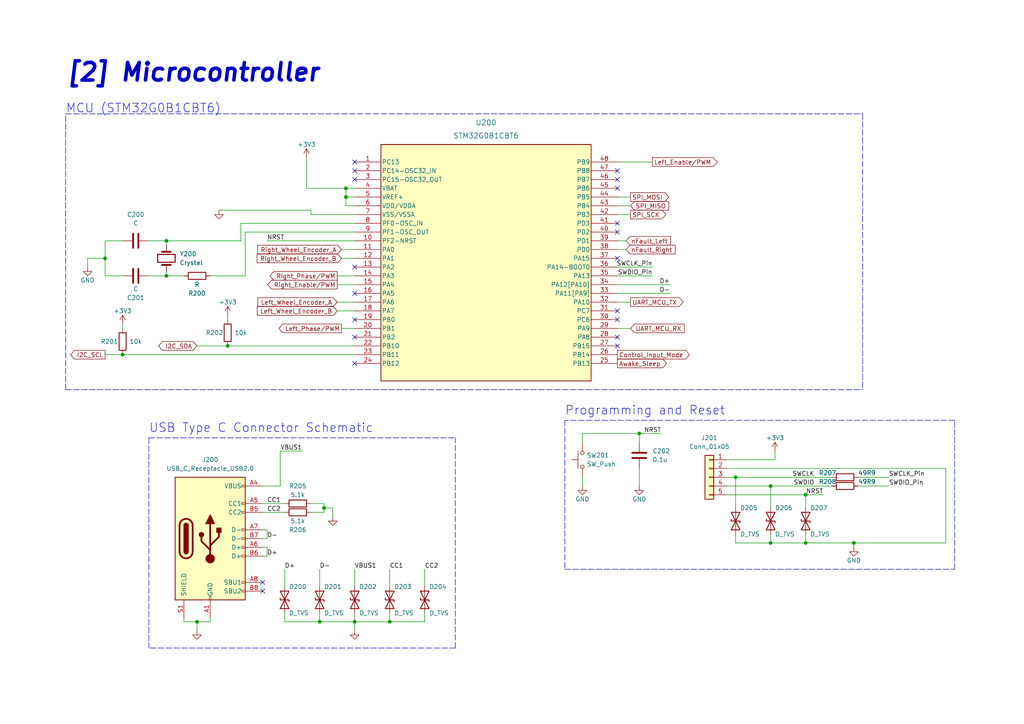
<source format=kicad_sch>
(kicad_sch (version 20211123) (generator eeschema)
  (paper "A4")
  (lib_symbols
    (symbol "2024-04-19_01-31-40:STM32G0B1CBT6" (pin_names (offset 0.254))
      (property "Reference" "U?" (at 38.1 11.0744 0))
      (property "Value" "STM32G0B1CBT6" (at 38.1 7.2644 0))
      (symbol "STM32G0B1CBT6_0_1"
        (polyline (pts (xy 7.62 -63.5) (xy 68.58 -63.5)) (stroke (width 0.127)))
        (polyline (pts (xy 7.62 5.08) (xy 7.62 -63.5)) (stroke (width 0.127)))
        (polyline (pts (xy 68.58 -63.5) (xy 68.58 5.08)) (stroke (width 0.127)))
        (polyline (pts (xy 68.58 5.08) (xy 7.62 5.08)) (stroke (width 0.127)))
        (rectangle (start 7.62 5.08) (end 68.58 -63.5))
        (rectangle (start 7.62 5.08) (end 68.58 -63.5) (fill (type background)))
        (pin bidirectional line (at 0 0 0) (length 7.62) (name "PC13") (number "1"))
        (pin output line (at 0 -22.86 0) (length 7.62) (name "PF2-NRST") (number "10"))
        (pin bidirectional line (at 0 -25.4 0) (length 7.62) (name "PA0") (number "11"))
        (pin bidirectional line (at 0 -27.94 0) (length 7.62) (name "PA1") (number "12"))
        (pin bidirectional line (at 0 -30.48 0) (length 7.62) (name "PA2") (number "13"))
        (pin bidirectional line (at 0 -33.02 0) (length 7.62) (name "PA3") (number "14"))
        (pin bidirectional line (at 0 -35.56 0) (length 7.62) (name "PA4") (number "15"))
        (pin bidirectional line (at 0 -38.1 0) (length 7.62) (name "PA5") (number "16"))
        (pin bidirectional line (at 0 -40.64 0) (length 7.62) (name "PA6") (number "17"))
        (pin bidirectional line (at 0 -43.18 0) (length 7.62) (name "PA7") (number "18"))
        (pin bidirectional line (at 0 -45.72 0) (length 7.62) (name "PB0") (number "19"))
        (pin bidirectional line (at 0 -2.54 0) (length 7.62) (name "PC14-OSC32_IN") (number "2"))
        (pin bidirectional line (at 0 -48.26 0) (length 7.62) (name "PB1") (number "20"))
        (pin bidirectional line (at 0 -50.8 0) (length 7.62) (name "PB2") (number "21"))
        (pin bidirectional line (at 0 -53.34 0) (length 7.62) (name "PB10") (number "22"))
        (pin bidirectional line (at 0 -55.88 0) (length 7.62) (name "PB11") (number "23"))
        (pin bidirectional line (at 0 -58.42 0) (length 7.62) (name "PB12") (number "24"))
        (pin bidirectional line (at 76.2 -58.42 180) (length 7.62) (name "PB13") (number "25"))
        (pin bidirectional line (at 76.2 -55.88 180) (length 7.62) (name "PB14") (number "26"))
        (pin bidirectional line (at 76.2 -53.34 180) (length 7.62) (name "PB15") (number "27"))
        (pin bidirectional line (at 76.2 -50.8 180) (length 7.62) (name "PA8") (number "28"))
        (pin bidirectional line (at 76.2 -48.26 180) (length 7.62) (name "PA9") (number "29"))
        (pin output line (at 0 -5.08 0) (length 7.62) (name "PC15-OSC32_OUT") (number "3"))
        (pin bidirectional line (at 76.2 -45.72 180) (length 7.62) (name "PC6") (number "30"))
        (pin bidirectional line (at 76.2 -43.18 180) (length 7.62) (name "PC7") (number "31"))
        (pin bidirectional line (at 76.2 -40.64 180) (length 7.62) (name "PA10") (number "32"))
        (pin bidirectional line (at 76.2 -38.1 180) (length 7.62) (name "PA11[PA9]") (number "33"))
        (pin bidirectional line (at 76.2 -35.56 180) (length 7.62) (name "PA12[PA10]") (number "34"))
        (pin bidirectional line (at 76.2 -33.02 180) (length 7.62) (name "PA13") (number "35"))
        (pin bidirectional line (at 76.2 -30.48 180) (length 7.62) (name "PA14-BOOT0") (number "36"))
        (pin bidirectional line (at 76.2 -27.94 180) (length 7.62) (name "PA15") (number "37"))
        (pin bidirectional line (at 76.2 -25.4 180) (length 7.62) (name "PD0") (number "38"))
        (pin bidirectional line (at 76.2 -22.86 180) (length 7.62) (name "PD1") (number "39"))
        (pin unspecified line (at 0 -7.62 0) (length 7.62) (name "VBAT") (number "4"))
        (pin bidirectional line (at 76.2 -20.32 180) (length 7.62) (name "PD2") (number "40"))
        (pin bidirectional line (at 76.2 -17.78 180) (length 7.62) (name "PD3") (number "41"))
        (pin bidirectional line (at 76.2 -15.24 180) (length 7.62) (name "PB3") (number "42"))
        (pin bidirectional line (at 76.2 -12.7 180) (length 7.62) (name "PB4") (number "43"))
        (pin bidirectional line (at 76.2 -10.16 180) (length 7.62) (name "PB5") (number "44"))
        (pin bidirectional line (at 76.2 -7.62 180) (length 7.62) (name "PB6") (number "45"))
        (pin bidirectional line (at 76.2 -5.08 180) (length 7.62) (name "PB7") (number "46"))
        (pin bidirectional line (at 76.2 -2.54 180) (length 7.62) (name "PB8") (number "47"))
        (pin bidirectional line (at 76.2 0 180) (length 7.62) (name "PB9") (number "48"))
        (pin power_in line (at 0 -10.16 0) (length 7.62) (name "VREF+") (number "5"))
        (pin power_in line (at 0 -12.7 0) (length 7.62) (name "VDD/VDDA") (number "6"))
        (pin power_out line (at 0 -15.24 0) (length 7.62) (name "VSS/VSSA") (number "7"))
        (pin bidirectional line (at 0 -17.78 0) (length 7.62) (name "PF0-OSC_IN") (number "8"))
        (pin bidirectional line (at 0 -20.32 0) (length 7.62) (name "PF1-OSC_OUT") (number "9"))
      )
    )
    (symbol "Connector:USB_C_Receptacle_USB2.0" (pin_names (offset 1.016))
      (property "Reference" "J" (at -10.16 19.05 0))
      (property "Value" "USB_C_Receptacle_USB2.0" (at 19.05 19.05 0))
      (symbol "USB_C_Receptacle_USB2.0_0_0"
        (rectangle (start -0.254 -17.78) (end 0.254 -16.764))
        (rectangle (start 10.16 -14.986) (end 9.144 -15.494))
        (rectangle (start 10.16 -12.446) (end 9.144 -12.954))
        (rectangle (start 10.16 -4.826) (end 9.144 -5.334))
        (rectangle (start 10.16 -2.286) (end 9.144 -2.794))
        (rectangle (start 10.16 0.254) (end 9.144 -0.254))
        (rectangle (start 10.16 2.794) (end 9.144 2.286))
        (rectangle (start 10.16 7.874) (end 9.144 7.366))
        (rectangle (start 10.16 10.414) (end 9.144 9.906))
        (rectangle (start 10.16 15.494) (end 9.144 14.986))
      )
      (symbol "USB_C_Receptacle_USB2.0_0_1"
        (rectangle (start -10.16 17.78) (end 10.16 -17.78) (stroke (width 0.254)) (fill (type background)))
        (arc (start -8.89 -3.81) (mid -6.985 -5.715) (end -5.08 -3.81) (stroke (width 0.508)))
        (arc (start -7.62 -3.81) (mid -6.985 -4.445) (end -6.35 -3.81) (stroke (width 0.254)))
        (arc (start -7.62 -3.81) (mid -6.985 -4.445) (end -6.35 -3.81) (stroke (width 0.254)) (fill (type outline)))
        (rectangle (start -7.62 -3.81) (end -6.35 3.81) (stroke (width 0.254)) (fill (type outline)))
        (arc (start -6.35 3.81) (mid -6.985 4.445) (end -7.62 3.81) (stroke (width 0.254)))
        (arc (start -6.35 3.81) (mid -6.985 4.445) (end -7.62 3.81) (stroke (width 0.254)) (fill (type outline)))
        (arc (start -5.08 3.81) (mid -6.985 5.715) (end -8.89 3.81) (stroke (width 0.508)))
        (circle (center -2.54 1.143) (radius 0.635) (stroke (width 0.254)) (fill (type outline)))
        (circle (center 0 -5.842) (radius 1.27) (fill (type outline)))
        (polyline (pts (xy -8.89 -3.81) (xy -8.89 3.81)) (stroke (width 0.508)))
        (polyline (pts (xy -5.08 3.81) (xy -5.08 -3.81)) (stroke (width 0.508)))
        (polyline (pts (xy 0 -5.842) (xy 0 4.318)) (stroke (width 0.508)))
        (polyline (pts (xy 0 -3.302) (xy -2.54 -0.762) (xy -2.54 0.508)) (stroke (width 0.508)))
        (polyline (pts (xy 0 -2.032) (xy 2.54 0.508) (xy 2.54 1.778)) (stroke (width 0.508)))
        (polyline (pts (xy -1.27 4.318) (xy 0 6.858) (xy 1.27 4.318) (xy -1.27 4.318)) (stroke (width 0.254)) (fill (type outline)))
        (rectangle (start 1.905 1.778) (end 3.175 3.048) (stroke (width 0.254)) (fill (type outline)))
      )
      (symbol "USB_C_Receptacle_USB2.0_1_1"
        (pin passive line (at 0 -22.86 90) (length 5.08) (name "GND") (number "A1"))
        (pin passive line (at 0 -22.86 90) (length 5.08) hide (name "GND") (number "A12"))
        (pin passive line (at 15.24 15.24 180) (length 5.08) (name "VBUS") (number "A4"))
        (pin bidirectional line (at 15.24 10.16 180) (length 5.08) (name "CC1") (number "A5"))
        (pin bidirectional line (at 15.24 -2.54 180) (length 5.08) (name "D+") (number "A6"))
        (pin bidirectional line (at 15.24 2.54 180) (length 5.08) (name "D-") (number "A7"))
        (pin bidirectional line (at 15.24 -12.7 180) (length 5.08) (name "SBU1") (number "A8"))
        (pin passive line (at 15.24 15.24 180) (length 5.08) hide (name "VBUS") (number "A9"))
        (pin passive line (at 0 -22.86 90) (length 5.08) hide (name "GND") (number "B1"))
        (pin passive line (at 0 -22.86 90) (length 5.08) hide (name "GND") (number "B12"))
        (pin passive line (at 15.24 15.24 180) (length 5.08) hide (name "VBUS") (number "B4"))
        (pin bidirectional line (at 15.24 7.62 180) (length 5.08) (name "CC2") (number "B5"))
        (pin bidirectional line (at 15.24 -5.08 180) (length 5.08) (name "D+") (number "B6"))
        (pin bidirectional line (at 15.24 0 180) (length 5.08) (name "D-") (number "B7"))
        (pin bidirectional line (at 15.24 -15.24 180) (length 5.08) (name "SBU2") (number "B8"))
        (pin passive line (at 15.24 15.24 180) (length 5.08) hide (name "VBUS") (number "B9"))
        (pin passive line (at -7.62 -22.86 90) (length 5.08) (name "SHIELD") (number "S1"))
      )
    )
    (symbol "Connector_Generic:Conn_01x05" (pin_names (offset 1.016) hide)
      (property "Reference" "J" (at 0 7.62 0))
      (property "Value" "Conn_01x05" (at 0 -7.62 0))
      (symbol "Conn_01x05_1_1"
        (rectangle (start -1.27 -4.953) (end 0 -5.207) (stroke (width 0.1524)))
        (rectangle (start -1.27 -2.413) (end 0 -2.667) (stroke (width 0.1524)))
        (rectangle (start -1.27 0.127) (end 0 -0.127) (stroke (width 0.1524)))
        (rectangle (start -1.27 2.667) (end 0 2.413) (stroke (width 0.1524)))
        (rectangle (start -1.27 5.207) (end 0 4.953) (stroke (width 0.1524)))
        (rectangle (start -1.27 6.35) (end 1.27 -6.35) (stroke (width 0.254)) (fill (type background)))
        (pin passive line (at -5.08 5.08 0) (length 3.81) (name "Pin_1") (number "1"))
        (pin passive line (at -5.08 2.54 0) (length 3.81) (name "Pin_2") (number "2"))
        (pin passive line (at -5.08 0 0) (length 3.81) (name "Pin_3") (number "3"))
        (pin passive line (at -5.08 -2.54 0) (length 3.81) (name "Pin_4") (number "4"))
        (pin passive line (at -5.08 -5.08 0) (length 3.81) (name "Pin_5") (number "5"))
      )
    )
    (symbol "Device:C" (pin_numbers hide) (pin_names (offset 0.254))
      (property "Reference" "C" (at 0.635 2.54 0))
      (property "Value" "C" (at 0.635 -2.54 0))
      (symbol "C_0_1"
        (polyline (pts (xy -2.032 -0.762) (xy 2.032 -0.762)) (stroke (width 0.508)))
        (polyline (pts (xy -2.032 0.762) (xy 2.032 0.762)) (stroke (width 0.508)))
      )
      (symbol "C_1_1"
        (pin passive line (at 0 3.81 270) (length 2.794) (name "~") (number "1"))
        (pin passive line (at 0 -3.81 90) (length 2.794) (name "~") (number "2"))
      )
    )
    (symbol "Device:Crystal" (pin_numbers hide) (pin_names (offset 1.016) hide)
      (property "Reference" "Y" (at 0 3.81 0))
      (property "Value" "Crystal" (at 0 -3.81 0))
      (symbol "Crystal_0_1"
        (rectangle (start -1.143 2.54) (end 1.143 -2.54) (stroke (width 0.3048)))
        (polyline (pts (xy -2.54 0) (xy -1.905 0)))
        (polyline (pts (xy -1.905 -1.27) (xy -1.905 1.27)) (stroke (width 0.508)))
        (polyline (pts (xy 1.905 -1.27) (xy 1.905 1.27)) (stroke (width 0.508)))
        (polyline (pts (xy 2.54 0) (xy 1.905 0)))
      )
      (symbol "Crystal_1_1"
        (pin passive line (at -3.81 0 0) (length 1.27) (name "1") (number "1"))
        (pin passive line (at 3.81 0 180) (length 1.27) (name "2") (number "2"))
      )
    )
    (symbol "Device:D_TVS" (pin_numbers hide) (pin_names (offset 1.016) hide)
      (property "Reference" "D" (at 0 2.54 0))
      (property "Value" "D_TVS" (at 0 -2.54 0))
      (symbol "D_TVS_0_1"
        (polyline (pts (xy 1.27 0) (xy -1.27 0)))
        (polyline (pts (xy 0.508 1.27) (xy 0 1.27) (xy 0 -1.27) (xy -0.508 -1.27)) (stroke (width 0.254)))
        (polyline (pts (xy -2.54 1.27) (xy -2.54 -1.27) (xy 2.54 1.27) (xy 2.54 -1.27) (xy -2.54 1.27)) (stroke (width 0.254)))
      )
      (symbol "D_TVS_1_1"
        (pin passive line (at -3.81 0 0) (length 2.54) (name "A1") (number "1"))
        (pin passive line (at 3.81 0 180) (length 2.54) (name "A2") (number "2"))
      )
    )
    (symbol "Device:R" (pin_numbers hide) (pin_names (offset 0))
      (property "Reference" "R" (at 2.032 0 90))
      (property "Value" "R" (at 0 0 90))
      (symbol "R_0_1"
        (rectangle (start -1.016 -2.54) (end 1.016 2.54) (stroke (width 0.254)))
      )
      (symbol "R_1_1"
        (pin passive line (at 0 3.81 270) (length 1.27) (name "~") (number "1"))
        (pin passive line (at 0 -3.81 90) (length 1.27) (name "~") (number "2"))
      )
    )
    (symbol "Switch:SW_Push" (pin_numbers hide) (pin_names (offset 1.016) hide)
      (property "Reference" "SW" (at 1.27 2.54 0))
      (property "Value" "SW_Push" (at 0 -1.524 0))
      (symbol "SW_Push_0_1"
        (circle (center -2.032 0) (radius 0.508))
        (polyline (pts (xy 0 1.27) (xy 0 3.048)))
        (polyline (pts (xy 2.54 1.27) (xy -2.54 1.27)))
        (circle (center 2.032 0) (radius 0.508))
        (pin passive line (at -5.08 0 0) (length 2.54) (name "1") (number "1"))
        (pin passive line (at 5.08 0 180) (length 2.54) (name "2") (number "2"))
      )
    )
    (symbol "power:+3.3V" (power) (pin_names (offset 0))
      (property "Value" "+3.3V" (at 0 3.556 0))
      (symbol "+3.3V_0_1"
        (polyline (pts (xy -0.762 1.27) (xy 0 2.54)))
        (polyline (pts (xy 0 0) (xy 0 2.54)))
        (polyline (pts (xy 0 2.54) (xy 0.762 1.27)))
      )
      (symbol "+3.3V_1_1"
        (pin power_in line (at 0 0 90) (length 0) hide (name "+3V3") (number "1"))
      )
    )
    (symbol "power:GND" (power) (pin_names (offset 0))
      (property "Value" "GND" (at 0 -3.81 0))
      (symbol "GND_0_1"
        (polyline (pts (xy 0 0) (xy 0 -1.27) (xy 1.27 -1.27) (xy 0 -2.54) (xy -1.27 -1.27) (xy 0 -1.27)))
      )
      (symbol "GND_1_1"
        (pin power_in line (at 0 0 270) (length 0) hide (name "GND") (number "1"))
      )
    )
  )
  (junction (at 35.56 102.87))
  (junction (at 57.15 180.34))
  (junction (at 48.26 80.01))
  (junction (at 30.48 74.93))
  (junction (at 100.33 54.61))
  (junction (at 185.42 125.73))
  (junction (at 93.98 147.32))
  (junction (at 223.52 140.97))
  (junction (at 233.68 143.51))
  (junction (at 223.52 157.48))
  (junction (at 233.68 157.48))
  (junction (at 66.04 100.33))
  (junction (at 92.71 180.34))
  (junction (at 213.36 138.43))
  (junction (at 102.87 180.34))
  (junction (at 113.03 180.34))
  (junction (at 48.26 69.85))
  (junction (at 100.33 57.15))
  (junction (at 247.65 157.48))
  (no_connect (at 76.2 168.91))
  (no_connect (at 179.07 67.31))
  (no_connect (at 102.87 77.47))
  (no_connect (at 102.87 85.09))
  (no_connect (at 102.87 92.71))
  (no_connect (at 102.87 97.79))
  (no_connect (at 102.87 105.41))
  (no_connect (at 179.07 74.93))
  (no_connect (at 179.07 90.17))
  (no_connect (at 179.07 92.71))
  (no_connect (at 102.87 46.99))
  (no_connect (at 102.87 49.53))
  (no_connect (at 102.87 52.07))
  (no_connect (at 179.07 49.53))
  (no_connect (at 179.07 52.07))
  (no_connect (at 179.07 54.61))
  (no_connect (at 179.07 97.79))
  (no_connect (at 179.07 100.33))
  (no_connect (at 179.07 64.77))
  (no_connect (at 76.2 171.45))
  (wire (pts (xy 76.2 140.97) (xy 81.28 140.97)))
  (wire (pts (xy 189.23 46.99) (xy 179.07 46.99)))
  (wire (pts (xy 99.06 72.39) (xy 102.87 72.39)))
  (wire (pts (xy 25.4 74.93) (xy 30.48 74.93)))
  (wire (pts (xy 92.71 165.1) (xy 92.71 170.18)))
  (wire (pts (xy 185.42 125.73) (xy 168.91 125.73)))
  (polyline (pts (xy 43.18 127) (xy 43.18 187.96)))
  (wire (pts (xy 71.12 80.01) (xy 71.12 67.31)))
  (wire (pts (xy 102.87 165.1) (xy 102.87 170.18)))
  (wire (pts (xy 223.52 157.48) (xy 233.68 157.48)))
  (wire (pts (xy 93.98 146.05) (xy 93.98 147.32)))
  (wire (pts (xy 90.17 60.96) (xy 63.5 60.96)))
  (wire (pts (xy 185.42 125.73) (xy 185.42 128.27)))
  (polyline (pts (xy 250.19 33.02) (xy 250.19 113.03)))
  (wire (pts (xy 99.06 74.93) (xy 102.87 74.93)))
  (wire (pts (xy 100.33 59.69) (xy 100.33 57.15)))
  (wire (pts (xy 30.48 69.85) (xy 30.48 74.93)))
  (wire (pts (xy 87.63 130.81) (xy 81.28 130.81)))
  (wire (pts (xy 76.2 148.59) (xy 82.55 148.59)))
  (wire (pts (xy 102.87 59.69) (xy 100.33 59.69)))
  (wire (pts (xy 247.65 158.75) (xy 247.65 157.48)))
  (wire (pts (xy 224.79 133.35) (xy 224.79 130.81)))
  (wire (pts (xy 81.28 130.81) (xy 81.28 140.97)))
  (wire (pts (xy 179.07 95.25) (xy 182.88 95.25)))
  (polyline (pts (xy 19.05 33.02) (xy 250.19 33.02)))
  (wire (pts (xy 102.87 180.34) (xy 113.03 180.34)))
  (wire (pts (xy 274.32 157.48) (xy 274.32 135.89)))
  (wire (pts (xy 210.82 140.97) (xy 223.52 140.97)))
  (wire (pts (xy 123.19 177.8) (xy 123.19 180.34)))
  (wire (pts (xy 43.18 69.85) (xy 48.26 69.85)))
  (wire (pts (xy 213.36 154.94) (xy 213.36 157.48)))
  (wire (pts (xy 30.48 80.01) (xy 35.56 80.01)))
  (wire (pts (xy 25.4 77.47) (xy 25.4 74.93)))
  (wire (pts (xy 274.32 157.48) (xy 247.65 157.48)))
  (polyline (pts (xy 19.05 113.03) (xy 19.05 33.02)))
  (wire (pts (xy 113.03 180.34) (xy 123.19 180.34)))
  (wire (pts (xy 60.96 180.34) (xy 57.15 180.34)))
  (wire (pts (xy 30.48 102.87) (xy 35.56 102.87)))
  (wire (pts (xy 90.17 148.59) (xy 93.98 148.59)))
  (wire (pts (xy 179.07 77.47) (xy 189.23 77.47)))
  (wire (pts (xy 76.2 161.29) (xy 77.47 161.29)))
  (polyline (pts (xy 163.83 165.1) (xy 276.86 165.1)))
  (wire (pts (xy 97.79 82.55) (xy 102.87 82.55)))
  (wire (pts (xy 113.03 165.1) (xy 113.03 170.18)))
  (wire (pts (xy 76.2 153.67) (xy 77.47 153.67)))
  (wire (pts (xy 93.98 147.32) (xy 96.52 147.32)))
  (wire (pts (xy 35.56 93.98) (xy 35.56 95.25)))
  (wire (pts (xy 60.96 80.01) (xy 71.12 80.01)))
  (wire (pts (xy 210.82 135.89) (xy 274.32 135.89)))
  (wire (pts (xy 53.34 180.34) (xy 57.15 180.34)))
  (wire (pts (xy 257.81 140.97) (xy 248.92 140.97)))
  (wire (pts (xy 210.82 138.43) (xy 213.36 138.43)))
  (wire (pts (xy 233.68 143.51) (xy 233.68 147.32)))
  (polyline (pts (xy 276.86 121.92) (xy 163.83 121.92)))
  (wire (pts (xy 100.33 54.61) (xy 102.87 54.61)))
  (wire (pts (xy 97.79 80.01) (xy 102.87 80.01)))
  (wire (pts (xy 92.71 177.8) (xy 92.71 180.34)))
  (wire (pts (xy 182.88 62.23) (xy 179.07 62.23)))
  (wire (pts (xy 100.33 57.15) (xy 102.87 57.15)))
  (wire (pts (xy 168.91 125.73) (xy 168.91 128.27)))
  (wire (pts (xy 181.61 72.39) (xy 179.07 72.39)))
  (wire (pts (xy 100.33 54.61) (xy 88.9 54.61)))
  (wire (pts (xy 48.26 80.01) (xy 53.34 80.01)))
  (wire (pts (xy 90.17 146.05) (xy 93.98 146.05)))
  (wire (pts (xy 97.79 87.63) (xy 102.87 87.63)))
  (wire (pts (xy 60.96 179.07) (xy 60.96 180.34)))
  (wire (pts (xy 223.52 140.97) (xy 241.3 140.97)))
  (polyline (pts (xy 163.83 121.92) (xy 163.83 165.1)))
  (wire (pts (xy 76.2 156.21) (xy 77.47 156.21)))
  (wire (pts (xy 57.15 180.34) (xy 57.15 182.88)))
  (wire (pts (xy 53.34 179.07) (xy 53.34 180.34)))
  (wire (pts (xy 69.85 69.85) (xy 48.26 69.85)))
  (wire (pts (xy 181.61 69.85) (xy 179.07 69.85)))
  (wire (pts (xy 99.06 95.25) (xy 102.87 95.25)))
  (wire (pts (xy 100.33 57.15) (xy 100.33 54.61)))
  (wire (pts (xy 97.79 90.17) (xy 102.87 90.17)))
  (wire (pts (xy 179.07 80.01) (xy 189.23 80.01)))
  (wire (pts (xy 92.71 180.34) (xy 102.87 180.34)))
  (polyline (pts (xy 19.05 113.03) (xy 250.19 113.03)))
  (wire (pts (xy 257.81 138.43) (xy 248.92 138.43)))
  (wire (pts (xy 191.77 125.73) (xy 185.42 125.73)))
  (wire (pts (xy 30.48 74.93) (xy 30.48 80.01)))
  (wire (pts (xy 66.04 100.33) (xy 102.87 100.33)))
  (wire (pts (xy 185.42 135.89) (xy 185.42 140.97)))
  (wire (pts (xy 35.56 69.85) (xy 30.48 69.85)))
  (wire (pts (xy 179.07 82.55) (xy 194.31 82.55)))
  (polyline (pts (xy 132.08 187.96) (xy 132.08 127)))
  (wire (pts (xy 102.87 177.8) (xy 102.87 180.34)))
  (wire (pts (xy 96.52 147.32) (xy 96.52 149.86)))
  (wire (pts (xy 233.68 154.94) (xy 233.68 157.48)))
  (wire (pts (xy 48.26 80.01) (xy 48.26 78.74)))
  (wire (pts (xy 76.2 146.05) (xy 82.55 146.05)))
  (wire (pts (xy 77.47 69.85) (xy 102.87 69.85)))
  (wire (pts (xy 43.18 80.01) (xy 48.26 80.01)))
  (wire (pts (xy 233.68 143.51) (xy 238.76 143.51)))
  (wire (pts (xy 210.82 143.51) (xy 233.68 143.51)))
  (wire (pts (xy 182.88 59.69) (xy 179.07 59.69)))
  (wire (pts (xy 71.12 67.31) (xy 102.87 67.31)))
  (wire (pts (xy 233.68 157.48) (xy 247.65 157.48)))
  (wire (pts (xy 213.36 138.43) (xy 241.3 138.43)))
  (wire (pts (xy 82.55 180.34) (xy 92.71 180.34)))
  (wire (pts (xy 213.36 138.43) (xy 213.36 147.32)))
  (wire (pts (xy 182.88 57.15) (xy 179.07 57.15)))
  (wire (pts (xy 76.2 158.75) (xy 77.47 158.75)))
  (polyline (pts (xy 132.08 187.96) (xy 43.18 187.96)))
  (wire (pts (xy 35.56 102.87) (xy 102.87 102.87)))
  (wire (pts (xy 102.87 64.77) (xy 69.85 64.77)))
  (wire (pts (xy 210.82 133.35) (xy 224.79 133.35)))
  (wire (pts (xy 223.52 140.97) (xy 223.52 147.32)))
  (wire (pts (xy 82.55 177.8) (xy 82.55 180.34)))
  (wire (pts (xy 57.15 100.33) (xy 66.04 100.33)))
  (polyline (pts (xy 43.18 127) (xy 132.08 127)))
  (wire (pts (xy 88.9 54.61) (xy 88.9 45.72)))
  (wire (pts (xy 82.55 165.1) (xy 82.55 170.18)))
  (wire (pts (xy 102.87 62.23) (xy 90.17 62.23)))
  (polyline (pts (xy 276.86 165.1) (xy 276.86 121.92)))
  (wire (pts (xy 77.47 161.29) (xy 77.47 158.75)))
  (wire (pts (xy 90.17 62.23) (xy 90.17 60.96)))
  (wire (pts (xy 102.87 180.34) (xy 102.87 182.88)))
  (wire (pts (xy 113.03 177.8) (xy 113.03 180.34)))
  (wire (pts (xy 93.98 147.32) (xy 93.98 148.59)))
  (wire (pts (xy 66.04 91.44) (xy 66.04 92.71)))
  (wire (pts (xy 77.47 156.21) (xy 77.47 153.67)))
  (wire (pts (xy 179.07 85.09) (xy 194.31 85.09)))
  (wire (pts (xy 223.52 154.94) (xy 223.52 157.48)))
  (wire (pts (xy 168.91 140.97) (xy 168.91 138.43)))
  (wire (pts (xy 179.07 87.63) (xy 182.88 87.63)))
  (wire (pts (xy 123.19 165.1) (xy 123.19 170.18)))
  (wire (pts (xy 48.26 69.85) (xy 48.26 71.12)))
  (wire (pts (xy 69.85 64.77) (xy 69.85 69.85)))
  (wire (pts (xy 213.36 157.48) (xy 223.52 157.48)))
  (text "Programming and Reset" (at 163.83 120.65 0) (effects (font (size 2.54 2.54)) (justify left bottom)))
  (text "[2] Microcontroller" (at 19.05 24.13 0) (effects (font (size 5.08 5.08) (thickness 1.016) bold italic) (justify left bottom)))
  (text "MCU (STM32G0B1CBT6)" (at 19.05 33.02 0) (effects (font (size 2.54 2.54)) (justify left bottom)))
  (text "USB Type C Connector Schematic" (at 43.18 125.73 0) (effects (font (size 2.54 2.54)) (justify left bottom)))
  (label "D+" (at 194.31 82.55 180))
  (label "D+" (at 77.47 161.29 0))
  (label "D-" (at 194.31 85.09 180))
  (label "CC2" (at 123.19 165.1 0))
  (label "SWCLK_Pin" (at 189.23 77.47 180))
  (label "CC1" (at 113.03 165.1 0))
  (label "SWCLK_Pin" (at 257.81 138.43 0))
  (label "VBUS1" (at 102.87 165.1 0))
  (label "NRST" (at 191.77 125.73 180))
  (label "CC1" (at 77.47 146.05 0))
  (label "SWDIO" (at 236.22 140.97 180))
  (label "SWDIO_Pin" (at 257.81 140.97 0))
  (label "NRST" (at 238.76 143.51 180))
  (label "NRST" (at 77.47 69.85 0))
  (label "D+" (at 82.55 165.1 0))
  (label "SWCLK" (at 236.22 138.43 180))
  (label "VBUS1" (at 87.63 130.81 180))
  (label "D-" (at 92.71 165.1 0))
  (label "CC2" (at 77.47 148.59 0))
  (label "SWDIO_Pin" (at 189.23 80.01 180))
  (label "D-" (at 77.47 156.21 0))
  (global_label "Control_Input_Mode" (shape output) (at 179.07 102.87 0) (property "Intersheet References" "${INTERSHEET_REFS}" (effects hide)))
  (global_label "Left_Phase{slash}PWM" (shape output) (at 99.06 95.25 180) (property "Intersheet References" "${INTERSHEET_REFS}" (effects hide)))
  (global_label "Left_Wheel_Encoder_B" (shape input) (at 97.79 90.17 180) (property "Intersheet References" "${INTERSHEET_REFS}" (effects hide)))
  (global_label "nFault_Right" (shape input) (at 181.61 72.39 0) (property "Intersheet References" "${INTERSHEET_REFS}" (effects hide)))
  (global_label "Right_Wheel_Encoder_B" (shape input) (at 99.06 74.93 180) (property "Intersheet References" "${INTERSHEET_REFS}" (effects hide)))
  (global_label "UART_MCU_TX" (shape output) (at 182.88 87.63 0) (property "Intersheet References" "${INTERSHEET_REFS}" (effects hide)))
  (global_label "Right_Enable{slash}PWM" (shape output) (at 97.79 82.55 180) (property "Intersheet References" "${INTERSHEET_REFS}" (effects hide)))
  (global_label "I2C_SCL" (shape output) (at 30.48 102.87 180) (property "Intersheet References" "${INTERSHEET_REFS}" (effects hide)))
  (global_label "Left_Enable{slash}PWM" (shape output) (at 189.23 46.99 0) (property "Intersheet References" "${INTERSHEET_REFS}" (effects hide)))
  (global_label "SPI_MISO" (shape input) (at 182.88 59.69 0) (property "Intersheet References" "${INTERSHEET_REFS}" (effects hide)))
  (global_label "nFault_Left" (shape input) (at 181.61 69.85 0) (property "Intersheet References" "${INTERSHEET_REFS}" (effects hide)))
  (global_label "SPI_SCK" (shape output) (at 182.88 62.23 0) (property "Intersheet References" "${INTERSHEET_REFS}" (effects hide)))
  (global_label "Right_Phase{slash}PWM" (shape output) (at 97.79 80.01 180) (property "Intersheet References" "${INTERSHEET_REFS}" (effects hide)))
  (global_label "SPI_MOSI" (shape output) (at 182.88 57.15 0) (property "Intersheet References" "${INTERSHEET_REFS}" (effects hide)))
  (global_label "Right_Wheel_Encoder_A" (shape input) (at 99.06 72.39 180) (property "Intersheet References" "${INTERSHEET_REFS}" (effects hide)))
  (global_label "UART_MCU_RX" (shape input) (at 182.88 95.25 0) (property "Intersheet References" "${INTERSHEET_REFS}" (effects hide)))
  (global_label "Awake_Sleep" (shape output) (at 179.07 105.41 0) (property "Intersheet References" "${INTERSHEET_REFS}" (effects hide)))
  (global_label "Left_Wheel_Encoder_A" (shape input) (at 97.79 87.63 180) (property "Intersheet References" "${INTERSHEET_REFS}" (effects hide)))
  (global_label "I2C_SDA" (shape bidirectional) (at 57.15 100.33 180) (property "Intersheet References" "${INTERSHEET_REFS}" (effects hide)))
  (symbol (lib_id "Connector_Generic:Conn_01x05") (at 205.74 138.43 0) (mirror y) (unit 1)
    (property "Reference" "J201" (at 205.74 127 0))
    (property "Value" "Conn_01x05" (at 205.74 129.54 0))
  )
  (symbol (lib_id "Device:R") (at 66.04 96.52 180) (unit 1)
    (property "Reference" "R202" (at 62.23 96.52 0))
    (property "Value" "10k" (at 69.85 96.52 0))
  )
  (symbol (lib_id "Device:R") (at 86.36 148.59 270) (mirror x) (unit 1)
    (property "Reference" "R206" (at 86.36 153.67 90))
    (property "Value" "5.1k" (at 86.36 151.13 90))
  )
  (symbol (lib_id "Device:R") (at 245.11 140.97 90) (unit 1)
    (property "Reference" "R208" (at 240.03 139.7 90))
    (property "Value" "49R9" (at 251.46 139.7 90))
  )
  (symbol (lib_id "power:GND") (at 247.65 158.75 0) (mirror y) (unit 1)
    (property "Reference" "#PWR?" (effects hide))
    (property "Value" "GND" (at 247.65 162.56 0))
  )
  (symbol (lib_id "Device:C") (at 39.37 80.01 90) (unit 1)
    (property "Reference" "C201" (at 39.37 86.36 90))
    (property "Value" "C" (at 39.37 83.82 90))
  )
  (symbol (lib_id "Switch:SW_Push") (at 168.91 133.35 90) (unit 1)
    (property "Reference" "SW201" (at 170.18 132.0799 90) (effects (justify right)))
    (property "Value" "SW_Push" (at 170.18 134.6199 90) (effects (justify right)))
  )
  (symbol (lib_id "Device:R") (at 35.56 99.06 180) (unit 1)
    (property "Reference" "R201" (at 31.75 99.06 0))
    (property "Value" "10k" (at 39.37 99.06 0))
  )
  (symbol (lib_id "power:GND") (at 57.15 182.88 0) (unit 1)
    (property "Reference" "#PWR?" (effects hide))
    (property "Value" "GND" (effects hide))
  )
  (symbol (lib_id "power:+3.3V") (at 66.04 91.44 0) (unit 1)
    (property "Reference" "#PWR?" (effects hide))
    (property "Value" "+3.3V" (at 66.04 87.63 0))
  )
  (symbol (lib_id "power:GND") (at 185.42 140.97 0) (unit 1)
    (property "Reference" "#PWR?" (effects hide))
    (property "Value" "GND" (at 185.42 144.78 0))
  )
  (symbol (lib_id "Device:D_TVS") (at 233.68 151.13 90) (unit 1)
    (property "Reference" "D207" (at 234.95 147.32 90) (effects (justify right)))
    (property "Value" "D_TVS" (at 234.95 154.94 90) (effects (justify right)))
  )
  (symbol (lib_id "Device:D_TVS") (at 213.36 151.13 90) (unit 1)
    (property "Reference" "D205" (at 214.63 147.32 90) (effects (justify right)))
    (property "Value" "D_TVS" (at 214.63 154.94 90) (effects (justify right)))
  )
  (symbol (lib_id "Device:Crystal") (at 48.26 74.93 90) (unit 1)
    (property "Reference" "Y200" (at 52.07 73.6599 90) (effects (justify right)))
    (property "Value" "Crystal" (at 52.07 76.1999 90) (effects (justify right)))
  )
  (symbol (lib_id "power:+3.3V") (at 224.79 130.81 0) (unit 1)
    (property "Reference" "#PWR?" (effects hide))
    (property "Value" "+3.3V" (at 224.79 127 0))
  )
  (symbol (lib_id "Device:C") (at 39.37 69.85 270) (unit 1)
    (property "Reference" "C200" (at 39.37 62.23 90))
    (property "Value" "C" (at 39.37 64.77 90))
  )
  (symbol (lib_id "power:GND") (at 63.5 60.96 0) (unit 1)
    (property "Reference" "#PWR?" (effects hide))
    (property "Value" "GND" (effects hide))
  )
  (symbol (lib_id "power:GND") (at 102.87 182.88 0) (unit 1)
    (property "Reference" "#PWR?" (effects hide))
    (property "Value" "GND" (effects hide))
  )
  (symbol (lib_id "Device:D_TVS") (at 223.52 151.13 90) (unit 1)
    (property "Reference" "D206" (at 224.79 147.32 90) (effects (justify right)))
    (property "Value" "D_TVS" (at 224.79 154.94 90) (effects (justify right)))
  )
  (symbol (lib_id "Device:D_TVS") (at 113.03 173.99 90) (unit 1)
    (property "Reference" "D203" (at 114.3 170.18 90) (effects (justify right)))
    (property "Value" "D_TVS" (at 114.3 177.8 90) (effects (justify right)))
  )
  (symbol (lib_id "Device:D_TVS") (at 82.55 173.99 90) (unit 1)
    (property "Reference" "D200" (at 83.82 170.18 90) (effects (justify right)))
    (property "Value" "D_TVS" (at 83.82 177.8 90) (effects (justify right)))
  )
  (symbol (lib_id "2024-04-19_01-31-40:STM32G0B1CBT6") (at 102.87 46.99 0) (unit 1)
    (property "Reference" "U200" (at 140.97 35.56 0) (effects (font (size 1.524 1.524))))
    (property "Value" "STM32G0B1CBT6" (at 140.97 39.37 0) (effects (font (size 1.524 1.524))))
    (property "Footprint" "LQFP48_STM32G0B1CBT_STM" (effects hide))
    (property "Datasheet" "STM32G0B1CBT6" (effects hide))
  )
  (symbol (lib_id "Device:D_TVS") (at 92.71 173.99 90) (unit 1)
    (property "Reference" "D201" (at 93.98 170.18 90) (effects (justify right)))
    (property "Value" "D_TVS" (at 93.98 177.8 90) (effects (justify right)))
  )
  (symbol (lib_id "Device:R") (at 86.36 146.05 90) (unit 1)
    (property "Reference" "R205" (at 86.36 140.97 90))
    (property "Value" "5.1k" (at 86.36 143.51 90))
  )
  (symbol (lib_id "Device:R") (at 245.11 138.43 90) (unit 1)
    (property "Reference" "R207" (at 240.03 137.16 90))
    (property "Value" "49R9" (at 251.46 137.16 90))
  )
  (symbol (lib_id "power:+3.3V") (at 35.56 93.98 0) (unit 1)
    (property "Reference" "#PWR?" (effects hide))
    (property "Value" "+3.3V" (at 35.56 90.17 0))
  )
  (symbol (lib_id "Connector:USB_C_Receptacle_USB2.0") (at 60.96 156.21 0) (unit 1)
    (property "Reference" "J200" (at 60.96 133.35 0))
    (property "Value" "USB_C_Receptacle_USB2.0" (at 60.96 135.89 0))
    (property "Datasheet" "https://www.usb.org/sites/default/files/documents/usb_type-c.zip" (effects hide))
  )
  (symbol (lib_id "Device:D_TVS") (at 123.19 173.99 90) (unit 1)
    (property "Reference" "D204" (at 124.46 170.18 90) (effects (justify right)))
    (property "Value" "D_TVS" (at 124.46 177.8 90) (effects (justify right)))
  )
  (symbol (lib_id "Device:D_TVS") (at 102.87 173.99 90) (unit 1)
    (property "Reference" "D202" (at 104.14 170.18 90) (effects (justify right)))
    (property "Value" "D_TVS" (at 104.14 177.8 90) (effects (justify right)))
  )
  (symbol (lib_id "power:GND") (at 168.91 140.97 0) (unit 1)
    (property "Reference" "#PWR?" (effects hide))
    (property "Value" "GND" (at 168.91 144.78 0))
  )
  (symbol (lib_id "power:+3.3V") (at 88.9 45.72 0) (unit 1)
    (property "Reference" "#PWR?" (effects hide))
    (property "Value" "+3.3V" (at 88.9 41.91 0))
  )
  (symbol (lib_id "Device:C") (at 185.42 132.08 0) (unit 1)
    (property "Reference" "C202" (at 189.23 130.8099 0) (effects (justify left)))
    (property "Value" "0.1u" (at 189.23 133.3499 0) (effects (justify left)))
  )
  (symbol (lib_id "Device:R") (at 57.15 80.01 90) (unit 1)
    (property "Reference" "R200" (at 57.15 85.09 90))
    (property "Value" "R" (at 57.15 82.55 90))
  )
  (symbol (lib_id "power:GND") (at 25.4 77.47 0) (unit 1)
    (property "Reference" "#PWR?" (effects hide))
    (property "Value" "GND" (at 25.4 81.28 0))
  )
  (symbol (lib_id "power:GND") (at 96.52 149.86 0) (unit 1)
    (property "Reference" "#PWR?" (effects hide))
    (property "Value" "GND" (effects hide))
  )
)
</source>
